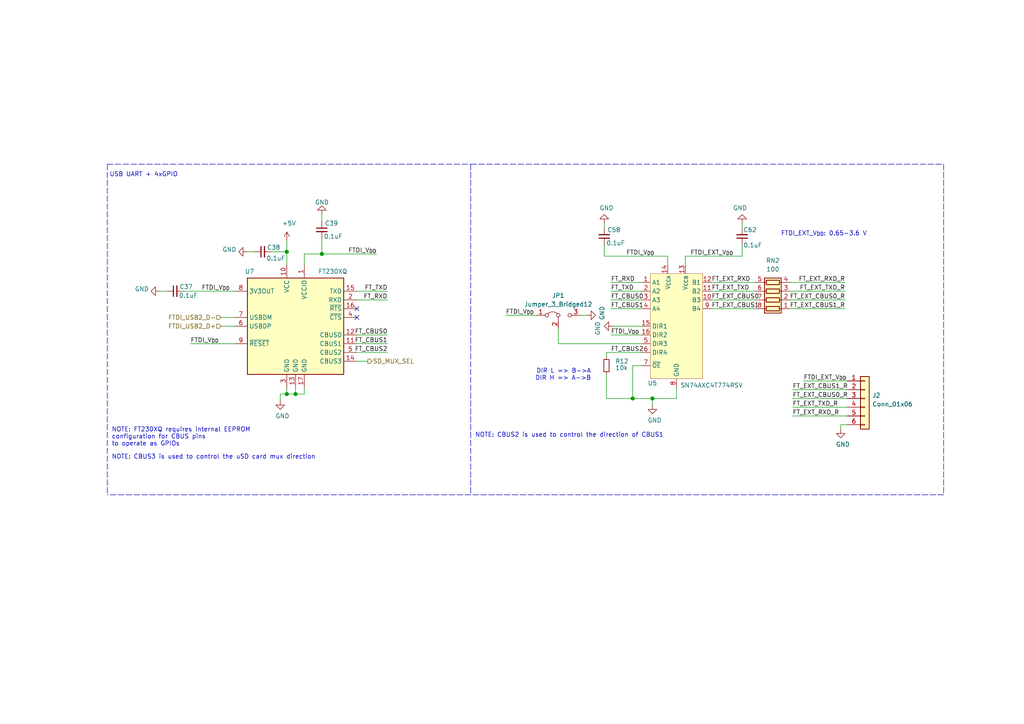
<source format=kicad_sch>
(kicad_sch (version 20201015) (generator eeschema)
  (page 1 5)
  (paper "A4")
  (lib_symbols
    (symbol "Connector_Generic:Conn_01x06" (pin_names (offset 1.016) hide)
      (property "Reference" "J" (at 0 7.62 0))
      (property "Value" "Conn_01x06" (at 0 -10.16 0))
      (symbol "Conn_01x06_1_1"
        (rectangle (start -1.27 -4.953) (end 0 -5.207) (stroke (width 0.1524)))
        (rectangle (start -1.27 -7.493) (end 0 -7.747) (stroke (width 0.1524)))
        (rectangle (start -1.27 -2.413) (end 0 -2.667) (stroke (width 0.1524)))
        (rectangle (start -1.27 2.667) (end 0 2.413) (stroke (width 0.1524)))
        (rectangle (start -1.27 5.207) (end 0 4.953) (stroke (width 0.1524)))
        (rectangle (start -1.27 6.35) (end 1.27 -8.89) (stroke (width 0.254)) (fill (type background)))
        (rectangle (start -1.27 0.127) (end 0 -0.127) (stroke (width 0.1524)))
        (pin passive line (at -5.08 5.08 0) (length 3.81) (name "Pin_1") (number "1"))
        (pin passive line (at -5.08 2.54 0) (length 3.81) (name "Pin_2") (number "2"))
        (pin passive line (at -5.08 0 0) (length 3.81) (name "Pin_3") (number "3"))
        (pin passive line (at -5.08 -2.54 0) (length 3.81) (name "Pin_4") (number "4"))
        (pin passive line (at -5.08 -5.08 0) (length 3.81) (name "Pin_5") (number "5"))
        (pin passive line (at -5.08 -7.62 0) (length 3.81) (name "Pin_6") (number "6"))
      )
    )
    (symbol "Device:C_Small" (pin_numbers hide) (pin_names (offset 0.254) hide)
      (property "Reference" "C" (at 0.254 1.778 0))
      (property "Value" "C_Small" (at 0.254 -2.032 0))
      (symbol "C_Small_0_1"
        (polyline (pts (xy -1.524 -0.508) (xy 1.524 -0.508)) (stroke (width 0.3302)))
        (polyline (pts (xy -1.524 0.508) (xy 1.524 0.508)) (stroke (width 0.3048)))
      )
      (symbol "C_Small_1_1"
        (pin passive line (at 0 2.54 270) (length 2.032) (name "~") (number "1"))
        (pin passive line (at 0 -2.54 90) (length 2.032) (name "~") (number "2"))
      )
    )
    (symbol "Device:R_Pack04" (pin_names (offset 0) hide)
      (property "Reference" "RN" (at -7.62 0 90))
      (property "Value" "R_Pack04" (at 5.08 0 90))
      (symbol "R_Pack04_0_1"
        (rectangle (start -6.35 -2.413) (end 3.81 2.413) (stroke (width 0.254)) (fill (type background)))
        (rectangle (start -5.715 1.905) (end -4.445 -1.905) (stroke (width 0.254)))
        (rectangle (start -3.175 1.905) (end -1.905 -1.905) (stroke (width 0.254)))
        (rectangle (start -0.635 1.905) (end 0.635 -1.905) (stroke (width 0.254)))
        (rectangle (start 1.905 1.905) (end 3.175 -1.905) (stroke (width 0.254)))
        (polyline (pts (xy -5.08 -2.54) (xy -5.08 -1.905)))
        (polyline (pts (xy -5.08 1.905) (xy -5.08 2.54)))
        (polyline (pts (xy -2.54 -2.54) (xy -2.54 -1.905)))
        (polyline (pts (xy -2.54 1.905) (xy -2.54 2.54)))
        (polyline (pts (xy 0 -2.54) (xy 0 -1.905)))
        (polyline (pts (xy 0 1.905) (xy 0 2.54)))
        (polyline (pts (xy 2.54 -2.54) (xy 2.54 -1.905)))
        (polyline (pts (xy 2.54 1.905) (xy 2.54 2.54)))
      )
      (symbol "R_Pack04_1_1"
        (pin passive line (at -5.08 -5.08 90) (length 2.54) (name "R1.1") (number "1"))
        (pin passive line (at -2.54 -5.08 90) (length 2.54) (name "R2.1") (number "2"))
        (pin passive line (at 0 -5.08 90) (length 2.54) (name "R3.1") (number "3"))
        (pin passive line (at 2.54 -5.08 90) (length 2.54) (name "R4.1") (number "4"))
        (pin passive line (at 2.54 5.08 270) (length 2.54) (name "R4.2") (number "5"))
        (pin passive line (at 0 5.08 270) (length 2.54) (name "R3.2") (number "6"))
        (pin passive line (at -2.54 5.08 270) (length 2.54) (name "R2.2") (number "7"))
        (pin passive line (at -5.08 5.08 270) (length 2.54) (name "R1.2") (number "8"))
      )
    )
    (symbol "Device:R_Small" (pin_numbers hide) (pin_names (offset 0.254) hide)
      (property "Reference" "R" (at 0.762 0.508 0))
      (property "Value" "R_Small" (at 0.762 -1.016 0))
      (symbol "R_Small_0_1"
        (rectangle (start -0.762 1.778) (end 0.762 -1.778) (stroke (width 0.2032)))
      )
      (symbol "R_Small_1_1"
        (pin passive line (at 0 2.54 270) (length 0.762) (name "~") (number "1"))
        (pin passive line (at 0 -2.54 90) (length 0.762) (name "~") (number "2"))
      )
    )
    (symbol "Interface_USB:FT230XQ"
      (property "Reference" "U" (at -13.97 15.24 0))
      (property "Value" "FT230XQ" (at 7.62 15.24 0))
      (symbol "FT230XQ_0_1"
        (rectangle (start -13.97 13.97) (end 13.97 -13.97) (stroke (width 0.254)) (fill (type background)))
      )
      (symbol "FT230XQ_1_1"
        (pin power_in line (at 2.54 17.78 270) (length 3.81) (name "VCCIO") (number "1"))
        (pin power_in line (at -2.54 17.78 270) (length 3.81) (name "VCC") (number "10"))
        (pin bidirectional line (at 17.78 -5.08 180) (length 3.81) (name "CBUS1") (number "11"))
        (pin bidirectional line (at 17.78 -2.54 180) (length 3.81) (name "CBUS0") (number "12"))
        (pin power_in line (at 0 -17.78 90) (length 3.81) (name "GND") (number "13"))
        (pin bidirectional line (at 17.78 -10.16 180) (length 3.81) (name "CBUS3") (number "14"))
        (pin output line (at 17.78 10.16 180) (length 3.81) (name "TXD") (number "15"))
        (pin output line (at 17.78 5.08 180) (length 3.81) (name "~RTS") (number "16"))
        (pin power_in line (at 2.54 -17.78 90) (length 3.81) (name "GND") (number "17"))
        (pin input line (at 17.78 7.62 180) (length 3.81) (name "RXD") (number "2"))
        (pin power_in line (at -2.54 -17.78 90) (length 3.81) (name "GND") (number "3"))
        (pin input line (at 17.78 2.54 180) (length 3.81) (name "~CTS") (number "4"))
        (pin bidirectional line (at 17.78 -7.62 180) (length 3.81) (name "CBUS2") (number "5"))
        (pin bidirectional line (at -17.78 0 0) (length 3.81) (name "USBDP") (number "6"))
        (pin bidirectional line (at -17.78 2.54 0) (length 3.81) (name "USBDM") (number "7"))
        (pin power_out line (at -17.78 10.16 0) (length 3.81) (name "3V3OUT") (number "8"))
        (pin input line (at -17.78 -5.08 0) (length 3.81) (name "~RESET") (number "9"))
      )
    )
    (symbol "Jumper:Jumper_3_Bridged12" (pin_names (offset 0) hide)
      (property "Reference" "JP" (at -2.54 -2.54 0))
      (property "Value" "Jumper_3_Bridged12" (at 0 2.794 0))
      (symbol "Jumper_3_Bridged12_0_0"
        (circle (center -3.302 0) (radius 0.508))
        (circle (center 0 0) (radius 0.508))
        (circle (center 3.302 0) (radius 0.508))
      )
      (symbol "Jumper_3_Bridged12_0_1"
        (arc (start -3.048 0.508) (end -0.254 0.508) (radius (at -1.651 -1.27) (length 2.2606) (angles 128.2 51.8)))
        (polyline (pts (xy 0 -1.27) (xy 0 -0.508)))
      )
      (symbol "Jumper_3_Bridged12_1_1"
        (pin passive line (at -6.35 0 0) (length 2.54) (name "A") (number "1"))
        (pin input line (at 0 -3.81 90) (length 2.54) (name "C") (number "2"))
        (pin passive line (at 6.35 0 180) (length 2.54) (name "B") (number "3"))
      )
    )
    (symbol "custom:SN74AXC4T774RSV"
      (property "Reference" "U" (at 0 22.86 0))
      (property "Value" "SN74AXC4T774RSV" (at 0 20.32 0))
      (symbol "SN74AXC4T774RSV_0_0"
        (pin bidirectional line (at -10.16 12.7 0) (length 2.54) (name "A1") (number "1"))
        (pin bidirectional line (at -10.16 10.16 0) (length 2.54) (name "A2") (number "2"))
        (pin bidirectional line (at -10.16 7.62 0) (length 2.54) (name "A3") (number "3"))
        (pin bidirectional line (at -10.16 5.08 0) (length 2.54) (name "A4") (number "4"))
        (pin input line (at -10.16 -5.08 0) (length 2.54) (name "DIR3") (number "5"))
        (pin input line (at -10.16 -7.62 0) (length 2.54) (name "DIR4") (number "6"))
        (pin input line (at -10.16 -11.43 0) (length 2.54) (name "~OE") (number "7"))
        (pin power_in line (at 0 -17.78 90) (length 2.54) (name "GND") (number "8"))
        (pin bidirectional line (at 10.16 5.08 180) (length 2.54) (name "B4") (number "9"))
        (pin bidirectional line (at 10.16 7.62 180) (length 2.54) (name "B3") (number "10"))
        (pin bidirectional line (at 10.16 10.16 180) (length 2.54) (name "B2") (number "11"))
        (pin bidirectional line (at 10.16 12.7 180) (length 2.54) (name "B1") (number "12"))
        (pin power_in line (at 2.54 17.78 270) (length 2.54) (name "V_{CCB}") (number "13"))
        (pin power_in line (at -2.54 17.78 270) (length 2.54) (name "V_{CCA}") (number "14"))
        (pin input line (at -10.16 0 0) (length 2.54) (name "DIR1") (number "15"))
        (pin input line (at -10.16 -2.54 0) (length 2.54) (name "DIR2") (number "16"))
      )
      (symbol "SN74AXC4T774RSV_0_1"
        (rectangle (start -7.62 15.24) (end 7.62 -15.24) (stroke (width 0.001)) (fill (type background)))
      )
    )
    (symbol "power:+5V" (power) (pin_names (offset 0))
      (property "Value" "+5V" (at 0 3.556 0))
      (symbol "+5V_0_1"
        (polyline (pts (xy -0.762 1.27) (xy 0 2.54)))
        (polyline (pts (xy 0 0) (xy 0 2.54)))
        (polyline (pts (xy 0 2.54) (xy 0.762 1.27)))
      )
      (symbol "+5V_1_1"
        (pin power_in line (at 0 0 90) (length 0) hide (name "+5V") (number "1"))
      )
    )
    (symbol "power:GND" (power) (pin_names (offset 0))
      (property "Value" "GND" (at 0 -3.81 0))
      (symbol "GND_0_1"
        (polyline (pts (xy 0 0) (xy 0 -1.27) (xy 1.27 -1.27) (xy 0 -2.54) (xy -1.27 -1.27) (xy 0 -1.27)))
      )
      (symbol "GND_1_1"
        (pin power_in line (at 0 0 270) (length 0) hide (name "GND") (number "1"))
      )
    )
  )
  (junction (at 83.185 73.025) (diameter 1.016))
  (junction (at 83.185 114.3) (diameter 1.016))
  (junction (at 85.725 114.3) (diameter 1.016))
  (junction (at 93.345 73.66) (diameter 1.016))
  (junction (at 183.515 115.57) (diameter 1.016))
  (junction (at 189.23 115.57) (diameter 1.016))
  (no_connect (at 103.505 92.075))
  (no_connect (at 103.505 89.535))
  (wire (pts (xy 46.355 84.455) (xy 48.26 84.455)))
  (wire (pts (xy 53.34 84.455) (xy 67.945 84.455)))
  (wire (pts (xy 55.245 99.695) (xy 67.945 99.695)))
  (wire (pts (xy 64.135 92.075) (xy 67.945 92.075)))
  (wire (pts (xy 64.135 94.615) (xy 67.945 94.615)))
  (wire (pts (xy 71.755 73.025) (xy 73.66 73.025)))
  (wire (pts (xy 78.74 73.025) (xy 83.185 73.025)))
  (wire (pts (xy 81.28 114.3) (xy 81.28 116.205)))
  (wire (pts (xy 83.185 69.85) (xy 83.185 73.025)))
  (wire (pts (xy 83.185 73.025) (xy 83.185 76.835)))
  (wire (pts (xy 83.185 112.395) (xy 83.185 114.3)))
  (wire (pts (xy 83.185 114.3) (xy 81.28 114.3)))
  (wire (pts (xy 85.725 112.395) (xy 85.725 114.3)))
  (wire (pts (xy 85.725 114.3) (xy 83.185 114.3)))
  (wire (pts (xy 88.265 73.66) (xy 93.345 73.66)))
  (wire (pts (xy 88.265 76.835) (xy 88.265 73.66)))
  (wire (pts (xy 88.265 112.395) (xy 88.265 114.3)))
  (wire (pts (xy 88.265 114.3) (xy 85.725 114.3)))
  (wire (pts (xy 93.345 62.23) (xy 93.345 64.135)))
  (wire (pts (xy 93.345 69.215) (xy 93.345 73.66)))
  (wire (pts (xy 93.345 73.66) (xy 109.22 73.66)))
  (wire (pts (xy 103.505 84.455) (xy 112.395 84.455)))
  (wire (pts (xy 103.505 86.995) (xy 112.395 86.995)))
  (wire (pts (xy 103.505 97.155) (xy 112.395 97.155)))
  (wire (pts (xy 103.505 99.695) (xy 112.395 99.695)))
  (wire (pts (xy 103.505 102.235) (xy 112.395 102.235)))
  (wire (pts (xy 103.505 104.775) (xy 106.68 104.775)))
  (wire (pts (xy 146.685 91.44) (xy 155.575 91.44)))
  (wire (pts (xy 161.925 95.25) (xy 161.925 99.695)))
  (wire (pts (xy 168.275 91.44) (xy 170.18 91.44)))
  (wire (pts (xy 175.26 66.04) (xy 175.26 64.77)))
  (wire (pts (xy 175.26 71.12) (xy 175.26 74.295)))
  (wire (pts (xy 175.26 74.295) (xy 193.675 74.295)))
  (wire (pts (xy 175.895 102.235) (xy 175.895 103.505)))
  (wire (pts (xy 175.895 102.235) (xy 186.055 102.235)))
  (wire (pts (xy 175.895 108.585) (xy 175.895 115.57)))
  (wire (pts (xy 175.895 115.57) (xy 183.515 115.57)))
  (wire (pts (xy 177.165 97.155) (xy 186.055 97.155)))
  (wire (pts (xy 177.8 94.615) (xy 186.055 94.615)))
  (wire (pts (xy 183.515 106.045) (xy 183.515 115.57)))
  (wire (pts (xy 183.515 115.57) (xy 189.23 115.57)))
  (wire (pts (xy 186.055 81.915) (xy 177.165 81.915)))
  (wire (pts (xy 186.055 84.455) (xy 177.165 84.455)))
  (wire (pts (xy 186.055 86.995) (xy 177.165 86.995)))
  (wire (pts (xy 186.055 89.535) (xy 177.165 89.535)))
  (wire (pts (xy 186.055 99.695) (xy 161.925 99.695)))
  (wire (pts (xy 186.055 106.045) (xy 183.515 106.045)))
  (wire (pts (xy 189.23 115.57) (xy 189.23 117.475)))
  (wire (pts (xy 189.23 115.57) (xy 196.215 115.57)))
  (wire (pts (xy 193.675 76.835) (xy 193.675 74.295)))
  (wire (pts (xy 196.215 115.57) (xy 196.215 112.395)))
  (wire (pts (xy 198.755 74.295) (xy 215.265 74.295)))
  (wire (pts (xy 198.755 76.835) (xy 198.755 74.295)))
  (wire (pts (xy 206.375 81.915) (xy 219.075 81.915)))
  (wire (pts (xy 206.375 84.455) (xy 219.075 84.455)))
  (wire (pts (xy 206.375 86.995) (xy 219.075 86.995)))
  (wire (pts (xy 206.375 89.535) (xy 219.075 89.535)))
  (wire (pts (xy 215.265 66.04) (xy 215.265 64.77)))
  (wire (pts (xy 215.265 71.12) (xy 215.265 74.295)))
  (wire (pts (xy 229.235 81.915) (xy 245.11 81.915)))
  (wire (pts (xy 229.235 84.455) (xy 245.11 84.455)))
  (wire (pts (xy 229.235 86.995) (xy 245.11 86.995)))
  (wire (pts (xy 229.235 89.535) (xy 245.11 89.535)))
  (wire (pts (xy 233.045 110.49) (xy 245.745 110.49)))
  (wire (pts (xy 243.84 123.19) (xy 243.84 124.46)))
  (wire (pts (xy 245.745 113.03) (xy 229.87 113.03)))
  (wire (pts (xy 245.745 115.57) (xy 229.87 115.57)))
  (wire (pts (xy 245.745 118.11) (xy 229.87 118.11)))
  (wire (pts (xy 245.745 120.65) (xy 229.87 120.65)))
  (wire (pts (xy 245.745 123.19) (xy 243.84 123.19)))
  (polyline (pts (xy 31.115 47.625) (xy 31.115 143.51)) (stroke (width 0) (type dash)))
  (polyline (pts (xy 31.115 47.625) (xy 136.525 47.625)) (stroke (width 0) (type dash)))
  (polyline (pts (xy 136.525 47.625) (xy 136.525 143.51)) (stroke (width 0) (type dash)))
  (polyline (pts (xy 136.525 47.625) (xy 273.685 47.625)) (stroke (width 0) (type dash)))
  (polyline (pts (xy 136.525 143.51) (xy 31.115 143.51)) (stroke (width 0) (type dash)))
  (polyline (pts (xy 273.685 47.625) (xy 273.685 143.51)) (stroke (width 0) (type dash)))
  (polyline (pts (xy 273.685 143.51) (xy 136.525 143.51)) (stroke (width 0) (type dash)))
  (text "USB UART + 4xGPIO" (at 31.75 51.435 0) (effects (font (size 1.27 1.27)) (justify left bottom)))
  (text "NOTE: FT230XQ requires internal EEPROM\nconfiguration for CBUS pins \nto operate as GPIOs" (at 32.385 129.54 0) (effects (font (size 1.27 1.27)) (justify left bottom)))
  (text "NOTE: CBUS3 is used to control the uSD card mux direction" (at 32.385 133.35 0) (effects (font (size 1.27 1.27)) (justify left bottom)))
  (text "NOTE: CBUS2 is used to control the direction of CBUS1" (at 137.795 127 0) (effects (font (size 1.27 1.27)) (justify left bottom)))
  (text "DIR L => B->A\nDIR H => A->B" (at 171.45 110.49 180) (effects (font (size 1.27 1.27)) (justify right bottom)))
  (text "FTDI_EXT_V_{DD}: 0.65-3.6 V" (at 251.46 68.58 180) (effects (font (size 1.27 1.27)) (justify right bottom)))
  (label "FTDI_V_{DD}" (at 55.245 99.695 0))
  (label "FTDI_V_{DD}" (at 66.675 84.455 180))
  (label "FTDI_V_{DD}" (at 109.22 73.66 180))
  (label "FT_TXD" (at 112.395 84.455 180))
  (label "FT_RXD" (at 112.395 86.995 180))
  (label "FT_CBUS0" (at 112.395 97.155 180))
  (label "FT_CBUS1" (at 112.395 99.695 180))
  (label "FT_CBUS2" (at 112.395 102.235 180))
  (label "FTDI_V_{DD}" (at 146.685 91.44 0))
  (label "FT_RXD" (at 177.165 81.915 0))
  (label "FT_TXD" (at 177.165 84.455 0))
  (label "FT_CBUS0" (at 177.165 86.995 0))
  (label "FT_CBUS1" (at 177.165 89.535 0))
  (label "FTDI_V_{DD}" (at 177.165 97.155 0))
  (label "FT_CBUS2" (at 177.165 102.235 0))
  (label "FTDI_V_{DD}" (at 181.61 74.295 0))
  (label "FT_EXT_RXD" (at 206.375 81.915 0))
  (label "FT_EXT_TXD" (at 206.375 84.455 0))
  (label "FT_EXT_CBUS0" (at 206.375 86.995 0))
  (label "FT_EXT_CBUS1" (at 206.375 89.535 0))
  (label "FTDI_EXT_V_{DD}" (at 212.725 74.295 180))
  (label "FT_EXT_CBUS1_R" (at 229.87 113.03 0))
  (label "FT_EXT_CBUS0_R" (at 229.87 115.57 0))
  (label "FT_EXT_TXD_R" (at 229.87 118.11 0))
  (label "FT_EXT_RXD_R" (at 229.87 120.65 0))
  (label "FTDI_EXT_V_{DD}" (at 233.045 110.49 0))
  (label "FT_EXT_RXD_R" (at 245.11 81.915 180))
  (label "FT_EXT_TXD_R" (at 245.11 84.455 180))
  (label "FT_EXT_CBUS0_R" (at 245.11 86.995 180))
  (label "FT_EXT_CBUS1_R" (at 245.11 89.535 180))
  (hierarchical_label "FTDI_USB2_D-" (shape input) (at 64.135 92.075 180))
  (hierarchical_label "FTDI_USB2_D+" (shape input) (at 64.135 94.615 180))
  (hierarchical_label "SD_MUX_SEL" (shape output) (at 106.68 104.775 0))
  (symbol (lib_id "power:+5V") (at 83.185 69.85 0) (unit 1)
    (property "Reference" "#PWR0152" (effects hide))
    (property "Value" "+5V" (at 83.82 64.77 0))
  )
  (symbol (lib_id "power:GND") (at 46.355 84.455 270) (unit 1)
    (property "Reference" "#PWR0149" (effects hide))
    (property "Value" "GND" (at 43.18 83.82 90) (effects (justify right)))
  )
  (symbol (lib_id "power:GND") (at 71.755 73.025 270) (unit 1)
    (property "Reference" "#PWR0150" (effects hide))
    (property "Value" "GND" (at 68.58 72.39 90) (effects (justify right)))
  )
  (symbol (lib_id "power:GND") (at 81.28 116.205 0) (unit 1)
    (property "Reference" "#PWR0151" (effects hide))
    (property "Value" "GND" (at 81.915 120.65 0))
  )
  (symbol (lib_id "power:GND") (at 93.345 62.23 180) (unit 1)
    (property "Reference" "#PWR0153" (effects hide))
    (property "Value" "GND" (at 91.313 58.674 0) (effects (justify right)))
  )
  (symbol (lib_id "power:GND") (at 170.18 91.44 90) (unit 1)
    (property "Reference" "#PWR026" (effects hide))
    (property "Value" "GND" (at 174.625 90.805 0))
  )
  (symbol (lib_id "power:GND") (at 175.26 64.77 0) (mirror x) (unit 1)
    (property "Reference" "#PWR03" (effects hide))
    (property "Value" "GND" (at 175.895 60.325 0))
  )
  (symbol (lib_id "power:GND") (at 177.8 94.615 270) (unit 1)
    (property "Reference" "#PWR022" (effects hide))
    (property "Value" "GND" (at 173.355 95.25 0))
  )
  (symbol (lib_id "power:GND") (at 189.23 117.475 0) (unit 1)
    (property "Reference" "#PWR023" (effects hide))
    (property "Value" "GND" (at 189.865 121.92 0))
  )
  (symbol (lib_id "power:GND") (at 215.265 64.77 180) (unit 1)
    (property "Reference" "#PWR07" (effects hide))
    (property "Value" "GND" (at 214.63 60.325 0))
  )
  (symbol (lib_id "power:GND") (at 243.84 124.46 0) (unit 1)
    (property "Reference" "#PWR0154" (effects hide))
    (property "Value" "GND" (at 244.475 128.905 0))
  )
  (symbol (lib_id "Device:R_Small") (at 175.895 106.045 0) (unit 1)
    (property "Reference" "R12" (at 178.435 104.775 0) (effects (justify left)))
    (property "Value" "10k" (at 178.435 106.68 0) (effects (justify left)))
    (property "Footprint" "Resistor_SMD:R_0402_1005Metric" (effects hide))
  )
  (symbol (lib_id "Device:C_Small") (at 50.8 84.455 90) (unit 1)
    (property "Reference" "C37" (at 53.975 83.185 90))
    (property "Value" "0.1uF" (at 54.61 85.725 90))
    (property "Footprint" "Capacitor_SMD:C_0402_1005Metric" (effects hide))
  )
  (symbol (lib_id "Device:C_Small") (at 76.2 73.025 90) (unit 1)
    (property "Reference" "C38" (at 79.375 71.755 90))
    (property "Value" "0.1uF" (at 80.01 74.93 90))
    (property "Footprint" "Capacitor_SMD:C_0402_1005Metric" (effects hide))
  )
  (symbol (lib_id "Device:C_Small") (at 93.345 66.675 0) (unit 1)
    (property "Reference" "C39" (at 96.139 64.77 0))
    (property "Value" "0.1uF" (at 96.647 68.58 0))
    (property "Footprint" "Capacitor_SMD:C_0402_1005Metric" (effects hide))
  )
  (symbol (lib_id "Device:C_Small") (at 175.26 68.58 0) (mirror x) (unit 1)
    (property "Reference" "C58" (at 178.054 66.675 0))
    (property "Value" "0.1uF" (at 178.562 70.485 0))
    (property "Footprint" "Capacitor_SMD:C_0402_1005Metric" (effects hide))
  )
  (symbol (lib_id "Device:C_Small") (at 215.265 68.58 180) (unit 1)
    (property "Reference" "C62" (at 217.551 66.675 0))
    (property "Value" "0.1uF" (at 218.313 71.12 0))
    (property "Footprint" "Capacitor_SMD:C_0402_1005Metric" (effects hide))
  )
  (symbol (lib_id "Jumper:Jumper_3_Bridged12") (at 161.925 91.44 0) (unit 1)
    (property "Reference" "JP1" (at 161.925 85.725 0))
    (property "Value" "Jumper_3_Bridged12" (at 161.925 88.265 0))
    (property "Footprint" "Jumper:SolderJumper-3_P1.3mm_Bridged12_RoundedPad1.0x1.5mm_NumberLabels" (effects hide))
  )
  (symbol (lib_id "Connector_Generic:Conn_01x06") (at 250.825 115.57 0) (unit 1)
    (property "Reference" "J2" (at 252.984 114.681 0) (effects (justify left)))
    (property "Value" "Conn_01x06" (at 252.984 117.221 0) (effects (justify left)))
    (property "Footprint" "Connector_JST:JST_SH_SM06B-SRSS-TB_1x06-1MP_P1.00mm_Horizontal" (effects hide))
  )
  (symbol (lib_id "Device:R_Pack04") (at 224.155 84.455 90) (unit 1)
    (property "Reference" "RN2" (at 224.155 75.565 90))
    (property "Value" "100" (at 224.155 78.105 90))
    (property "Footprint" "Resistor_SMD:R_Array_Convex_4x0402" (effects hide))
  )
  (symbol (lib_id "custom:SN74AXC4T774RSV") (at 196.215 94.615 0) (unit 1)
    (property "Reference" "U5" (at 189.23 111.125 0))
    (property "Value" "SN74AXC4T774RSV" (at 206.375 111.76 0))
    (property "Footprint" "Custom:QFN-16_1.8x2.6_Pitch0.4mm" (effects hide))
  )
  (symbol (lib_id "Interface_USB:FT230XQ") (at 85.725 94.615 0) (unit 1)
    (property "Reference" "U7" (at 72.39 78.74 0))
    (property "Value" "FT230XQ" (at 96.52 78.74 0))
    (property "Footprint" "Package_DFN_QFN:QFN-16-1EP_4x4mm_P0.65mm_EP2.1x2.1mm" (effects hide))
    (property "Datasheet" "https://www.ftdichip.com/Support/Documents/DataSheets/ICs/DS_FT230X.pdf" (effects hide))
  )
)
</source>
